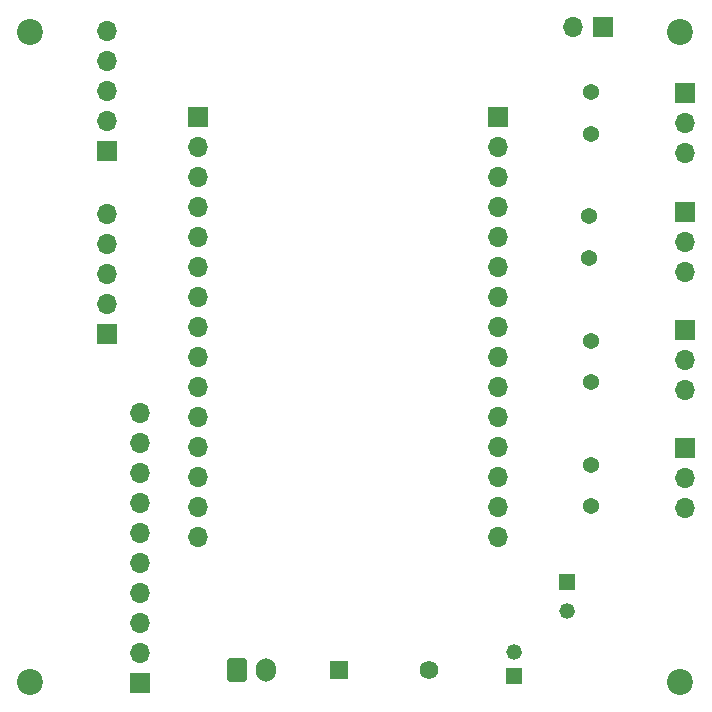
<source format=gbs>
%TF.GenerationSoftware,KiCad,Pcbnew,9.0.0*%
%TF.CreationDate,2025-04-27T01:10:23+09:00*%
%TF.ProjectId,PCB,5043422e-6b69-4636-9164-5f7063625858,rev?*%
%TF.SameCoordinates,Original*%
%TF.FileFunction,Soldermask,Bot*%
%TF.FilePolarity,Negative*%
%FSLAX46Y46*%
G04 Gerber Fmt 4.6, Leading zero omitted, Abs format (unit mm)*
G04 Created by KiCad (PCBNEW 9.0.0) date 2025-04-27 01:10:23*
%MOMM*%
%LPD*%
G01*
G04 APERTURE LIST*
G04 Aperture macros list*
%AMRoundRect*
0 Rectangle with rounded corners*
0 $1 Rounding radius*
0 $2 $3 $4 $5 $6 $7 $8 $9 X,Y pos of 4 corners*
0 Add a 4 corners polygon primitive as box body*
4,1,4,$2,$3,$4,$5,$6,$7,$8,$9,$2,$3,0*
0 Add four circle primitives for the rounded corners*
1,1,$1+$1,$2,$3*
1,1,$1+$1,$4,$5*
1,1,$1+$1,$6,$7*
1,1,$1+$1,$8,$9*
0 Add four rect primitives between the rounded corners*
20,1,$1+$1,$2,$3,$4,$5,0*
20,1,$1+$1,$4,$5,$6,$7,0*
20,1,$1+$1,$6,$7,$8,$9,0*
20,1,$1+$1,$8,$9,$2,$3,0*%
G04 Aperture macros list end*
%ADD10C,1.371600*%
%ADD11R,1.700000X1.700000*%
%ADD12O,1.700000X1.700000*%
%ADD13C,2.200000*%
%ADD14R,1.320800X1.320800*%
%ADD15C,1.320800*%
%ADD16R,1.580000X1.580000*%
%ADD17C,1.580000*%
%ADD18RoundRect,0.250000X-0.600000X-0.750000X0.600000X-0.750000X0.600000X0.750000X-0.600000X0.750000X0*%
%ADD19O,1.700000X2.000000*%
G04 APERTURE END LIST*
D10*
%TO.C,C3*%
X238000000Y-87583250D03*
X238000000Y-84083249D03*
%TD*%
D11*
%TO.C,J7*%
X197000000Y-68080000D03*
D12*
X197000000Y-65540000D03*
X197000000Y-63000000D03*
X197000000Y-60460000D03*
X197000000Y-57920000D03*
%TD*%
D11*
%TO.C,J6*%
X239000000Y-57500000D03*
D12*
X236460000Y-57500000D03*
%TD*%
D11*
%TO.C,J3*%
X246000000Y-83170000D03*
D12*
X246000000Y-85710000D03*
X246000000Y-88250000D03*
%TD*%
D10*
%TO.C,C4*%
X238000000Y-66583250D03*
X238000000Y-63083249D03*
%TD*%
D11*
%TO.C,J5*%
X246000000Y-63170000D03*
D12*
X246000000Y-65710000D03*
X246000000Y-68250000D03*
%TD*%
D13*
%TO.C,REF\u002A\u002A*%
X190500000Y-58000000D03*
%TD*%
%TO.C,REF\u002A\u002A*%
X190500000Y-113000000D03*
%TD*%
D11*
%TO.C,J8*%
X197000000Y-83500000D03*
D12*
X197000000Y-80960000D03*
X197000000Y-78420000D03*
X197000000Y-75880000D03*
X197000000Y-73340000D03*
%TD*%
D10*
%TO.C,C1*%
X238000000Y-98083250D03*
X238000000Y-94583249D03*
%TD*%
D14*
%TO.C,C6*%
X231500000Y-112500000D03*
D15*
X231500000Y-110493400D03*
%TD*%
D13*
%TO.C,REF\u002A\u002A*%
X245500000Y-113000000D03*
%TD*%
%TO.C,REF\u002A\u002A*%
X245500000Y-58000000D03*
%TD*%
D11*
%TO.C,J2*%
X246000000Y-93170000D03*
D12*
X246000000Y-95710000D03*
X246000000Y-98250000D03*
%TD*%
D16*
%TO.C,SW1*%
X216690000Y-112000000D03*
D17*
X224310000Y-112000000D03*
%TD*%
D11*
%TO.C,ESP32-DEVKIT1*%
X204725000Y-65160000D03*
D12*
X204725000Y-67700000D03*
X204725000Y-70240000D03*
X204725000Y-72780000D03*
X204725000Y-75320000D03*
X204725000Y-77860000D03*
X204725000Y-80400000D03*
X204725000Y-82940000D03*
X204725000Y-85480000D03*
X204725000Y-88020000D03*
X204725000Y-90560000D03*
X204725000Y-93100000D03*
X204725000Y-95640000D03*
X204725000Y-98180000D03*
X204725000Y-100720000D03*
D11*
X230125000Y-65160000D03*
D12*
X230125000Y-67700000D03*
X230125000Y-70240000D03*
X230125000Y-72780000D03*
X230125000Y-75320000D03*
X230125000Y-77860000D03*
X230125000Y-80400000D03*
X230125000Y-82940000D03*
X230125000Y-85480000D03*
X230125000Y-88020000D03*
X230125000Y-90560000D03*
X230125000Y-93100000D03*
X230125000Y-95640000D03*
X230125000Y-98180000D03*
X230125000Y-100720000D03*
%TD*%
D10*
%TO.C,C2*%
X237850000Y-77083250D03*
X237850000Y-73583249D03*
%TD*%
D11*
%TO.C,J4*%
X246000000Y-73170000D03*
D12*
X246000000Y-75710000D03*
X246000000Y-78250000D03*
%TD*%
D14*
%TO.C,C7*%
X236000000Y-104500000D03*
D15*
X236000000Y-106989200D03*
%TD*%
D11*
%TO.C,MPU9250*%
X199775000Y-113120000D03*
D12*
X199775000Y-110580000D03*
X199775000Y-108040000D03*
X199775000Y-105500000D03*
X199775000Y-102960000D03*
X199775000Y-100420000D03*
X199775000Y-97880000D03*
X199775000Y-95340000D03*
X199775000Y-92800000D03*
X199775000Y-90260000D03*
%TD*%
D18*
%TO.C,J1*%
X208000000Y-112000000D03*
D19*
X210500000Y-112000000D03*
%TD*%
M02*

</source>
